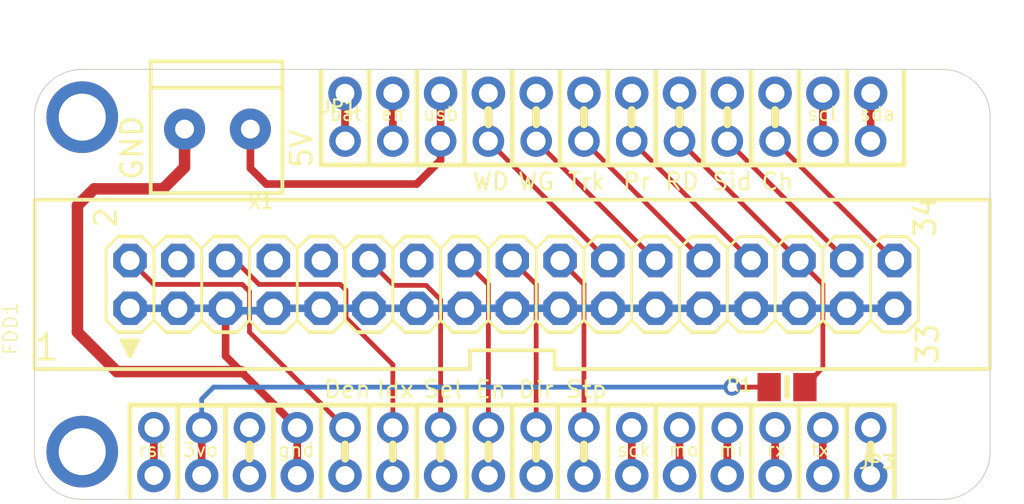
<source format=kicad_pcb>
(kicad_pcb (version 20221018) (generator pcbnew)
  (layers (0 "F.Cu" signal) (31 "B.Cu" signal) (34 "B.Paste" user) (35 "F.Paste" user) (36 "B.SilkS" user "B.Silkscreen") (37 "F.SilkS" user "F.Silkscreen") (38 "B.Mask" user) (39 "F.Mask" user) (44 "Edge.Cuts" user))
  (net 0 "")
  (net 1 "G")
  (net 2 "GND")
  (net 3 "AREF")
  (net 4 "RESET")
  (net 5 "VBAT")
  (net 6 "EN")
  (net 7 "USB")
  (net 8 "SCL")
  (net 9 "SCK")
  (net 10 "MOSI")
  (net 11 "MISO")
  (net 12 "RX")
  (net 13 "TX")
  (net 14 "SDA")
  (net 15 "DENSITY")
  (net 16 "INDEX")
  (net 17 "SELECT")
  (net 18 "ENABLE")
  (net 19 "DIRECTION")
  (net 20 "STEP")
  (net 21 "TRACK0")
  (net 22 "READDATA")
  (net 23 "SIDE")
  (net 24 "CHANGE")
  (net 25 "WRITEDATA")
  (net 26 "WRITEGATE")
  (net 27 "PROT")
  (net 28 "3.3V")
  (footprint "working:2X17_FLOPPY_IDC" (layer "F.Cu") (at 148.5011 105.0036 90)
    (fp_text reference "FDD1" (at -3.81 -26.67 90) (layer "F.SilkS") (effects (font (size 0.739648 0.739648) (thickness 0.073152)) (justify left)))
    (fp_text value "FLOPPY_IDC_SHROUDED")
    (fp_text user "1" (at -2.54 -24.003 180) (layer "F.SilkS") (effects (font (size 1.3716 1.3716) (thickness 0.1524)) (justify right top)))
    (fp_line (start -4.5 -25.39) (end -4.5 -2.25) (stroke (width 0.2032)) (layer "F.SilkS"))
    (fp_line (start -4.5 -2.25) (end -3.5 -2.25) (stroke (width 0.2032)) (layer "F.SilkS"))
    (fp_line (start -4.5 2.25) (end -4.5 25.39) (stroke (width 0.2032)) (layer "F.SilkS"))
    (fp_line (start -3.81 -20.32) (end -3.556 -20.32) (stroke (width 0.2032)) (layer "F.SilkS"))
    (fp_line (start -3.81 -20.32) (end -2.9718 -20.7518) (stroke (width 0.2032)) (layer "F.SilkS"))
    (fp_line (start -3.5 -2.25) (end -3.5 2.25) (stroke (width 0.2032)) (layer "F.SilkS"))
    (fp_line (start -3.5 2.25) (end -4.5 2.25) (stroke (width 0.2032)) (layer "F.SilkS"))
    (fp_line (start -2.9718 -20.7518) (end -2.9718 -19.8882) (stroke (width 0.2032)) (layer "F.SilkS"))
    (fp_line (start -2.9718 -19.8882) (end -3.81 -20.32) (stroke (width 0.2032)) (layer "F.SilkS"))
    (fp_line (start -2.54 -20.955) (end -2.54 -19.685) (stroke (width 0.2032)) (layer "F.SilkS"))
    (fp_line (start -2.54 -19.685) (end -1.905 -19.05) (stroke (width 0.1524)) (layer "F.SilkS"))
    (fp_line (start -2.54 -18.415) (end -2.54 -17.145) (stroke (width 0.2032)) (layer "F.SilkS"))
    (fp_line (start -2.54 -17.145) (end -1.905 -16.51) (stroke (width 0.1524)) (layer "F.SilkS"))
    (fp_line (start -2.54 -15.875) (end -2.54 -14.605) (stroke (width 0.2032)) (layer "F.SilkS"))
    (fp_line (start -2.54 -14.605) (end -1.905 -13.97) (stroke (width 0.1524)) (layer "F.SilkS"))
    (fp_line (start -2.54 -13.335) (end -2.54 -12.065) (stroke (width 0.2032)) (layer "F.SilkS"))
    (fp_line (start -2.54 -12.065) (end -1.905 -11.43) (stroke (width 0.1524)) (layer "F.SilkS"))
    (fp_line (start -2.54 -10.795) (end -2.54 -9.525) (stroke (width 0.2032)) (layer "F.SilkS"))
    (fp_line (start -2.54 -9.525) (end -1.905 -8.89) (stroke (width 0.1524)) (layer "F.SilkS"))
    (fp_line (start -2.54 -8.255) (end -2.54 -6.985) (stroke (width 0.2032)) (layer "F.SilkS"))
    (fp_line (start -2.54 -6.985) (end -1.905 -6.35) (stroke (width 0.1524)) (layer "F.SilkS"))
    (fp_line (start -2.54 -4.445) (end -2.54 -5.715) (stroke (width 0.2032)) (layer "F.SilkS"))
    (fp_line (start -2.54 -1.905) (end -2.54 -3.175) (stroke (width 0.2032)) (layer "F.SilkS"))
    (fp_line (start -2.54 0.635) (end -2.54 -0.635) (stroke (width 0.2032)) (layer "F.SilkS"))
    (fp_line (start -2.54 3.175) (end -2.54 1.905) (stroke (width 0.2032)) (layer "F.SilkS"))
    (fp_line (start -2.54 5.715) (end -2.54 4.445) (stroke (width 0.2032)) (layer "F.SilkS"))
    (fp_line (start -2.54 8.255) (end -2.54 6.985) (stroke (width 0.2032)) (layer "F.SilkS"))
    (fp_line (start -2.54 10.795) (end -2.54 9.525) (stroke (width 0.2032)) (layer "F.SilkS"))
    (fp_line (start -2.54 13.335) (end -2.54 12.065) (stroke (width 0.1524)) (layer "F.SilkS"))
    (fp_line (start -2.54 15.875) (end -2.54 14.605) (stroke (width 0.2032)) (layer "F.SilkS"))
    (fp_line (start -2.54 18.415) (end -2.54 17.145) (stroke (width 0.2032)) (layer "F.SilkS"))
    (fp_line (start -2.54 20.955) (end -2.54 19.685) (stroke (width 0.1524)) (layer "F.SilkS"))
    (fp_line (start -1.905 -21.59) (end -2.54 -20.955) (stroke (width 0.1524)) (layer "F.SilkS"))
    (fp_line (start -1.905 -21.59) (end 1.905 -21.59) (stroke (width 0.1524)) (layer "F.SilkS"))
    (fp_line (start -1.905 -19.05) (end -2.54 -18.415) (stroke (width 0.1524)) (layer "F.SilkS"))
    (fp_line (start -1.905 -16.51) (end -2.54 -15.875) (stroke (width 0.1524)) (layer "F.SilkS"))
    (fp_line (start -1.905 -13.97) (end -2.54 -13.335) (stroke (width 0.1524)) (layer "F.SilkS"))
    (fp_line (start -1.905 -11.43) (end -2.54 -10.795) (stroke (width 0.1524)) (layer "F.SilkS"))
    (fp_line (start -1.905 -8.89) (end -2.54 -8.255) (stroke (width 0.1524)) (layer "F.SilkS"))
    (fp_line (start -1.905 -6.35) (end -2.54 -5.715) (stroke (width 0.1524)) (layer "F.SilkS"))
    (fp_line (start -1.905 -3.81) (end -2.54 -4.445) (stroke (width 0.1524)) (layer "F.SilkS"))
    (fp_line (start -1.905 -3.81) (end -2.54 -3.175) (stroke (width 0.1524)) (layer "F.SilkS"))
    (fp_line (start -1.905 -1.27) (end -2.54 -1.905) (stroke (width 0.1524)) (layer "F.SilkS"))
    (fp_line (start -1.905 -1.27) (end -2.54 -0.635) (stroke (width 0.1524)) (layer "F.SilkS"))
    (fp_line (start -1.905 1.27) (end -2.54 0.635) (stroke (width 0.1524)) (layer "F.SilkS"))
    (fp_line (start -1.905 1.27) (end -2.54 1.905) (stroke (width 0.1524)) (layer "F.SilkS"))
    (fp_line (start -1.905 3.81) (end -2.54 3.175) (stroke (width 0.1524)) (layer "F.SilkS"))
    (fp_line (start -1.905 3.81) (end -2.54 4.445) (stroke (width 0.1524)) (layer "F.SilkS"))
    (fp_line (start -1.905 6.35) (end -2.54 5.715) (stroke (width 0.1524)) (layer "F.SilkS"))
    (fp_line (start -1.905 6.35) (end -2.54 6.985) (stroke (width 0.1524)) (layer "F.SilkS"))
    (fp_line (start -1.905 8.89) (end -2.54 8.255) (stroke (width 0.1524)) (layer "F.SilkS"))
    (fp_line (start -1.905 8.89) (end -2.54 9.525) (stroke (width 0.1524)) (layer "F.SilkS"))
    (fp_line (start -1.905 11.43) (end -2.54 10.795) (stroke (width 0.1524)) (layer "F.SilkS"))
    (fp_line (start -1.905 11.43) (end -2.54 12.065) (stroke (width 0.1524)) (layer "F.SilkS"))
    (fp_line (start -1.905 13.97) (end -2.54 13.335) (stroke (width 0.1524)) (layer "F.SilkS"))
    (fp_line (start -1.905 13.97) (end -2.54 14.605) (stroke (width 0.1524)) (layer "F.SilkS"))
    (fp_line (start -1.905 16.51) (end -2.54 15.875) (stroke (width 0.1524)) (layer "F.SilkS"))
    (fp_line (start -1.905 16.51) (end -2.54 17.145) (stroke (width 0.1524)) (layer "F.SilkS"))
    (fp_line (start -1.905 19.05) (end -2.54 18.415) (stroke (width 0.1524)) (layer "F.SilkS"))
    (fp_line (start -1.905 19.05) (end -2.54 19.685) (stroke (width 0.1524)) (layer "F.SilkS"))
    (fp_line (start -1.905 21.59) (end -2.54 20.955) (stroke (width 0.1524)) (layer "F.SilkS"))
    (fp_line (start 1.905 -21.59) (end 2.54 -20.955) (stroke (width 0.1524)) (layer "F.SilkS"))
    (fp_line (start 1.905 -19.05) (end -1.905 -19.05) (stroke (width 0.1524)) (layer "F.SilkS"))
    (fp_line (start 1.905 -19.05) (end 2.54 -18.415) (stroke (width 0.1524)) (layer "F.SilkS"))
    (fp_line (start 1.905 -16.51) (end -1.905 -16.51) (stroke (width 0.1524)) (layer "F.SilkS"))
    (fp_line (start 1.905 -16.51) (end 2.54 -15.875) (stroke (width 0.1524)) (layer "F.SilkS"))
    (fp_line (start 1.905 -13.97) (end -1.905 -13.97) (stroke (width 0.1524)) (layer "F.SilkS"))
    (fp_line (start 1.905 -13.97) (end 2.54 -13.335) (stroke (width 0.1524)) (layer "F.SilkS"))
    (fp_line (start 1.905 -11.43) (end -1.905 -11.43) (stroke (width 0.1524)) (layer "F.SilkS"))
    (fp_line (start 1.905 -11.43) (end 2.54 -10.795) (stroke (width 0.1524)) (layer "F.SilkS"))
    (fp_line (start 1.905 -8.89) (end -1.905 -8.89) (stroke (width 0.1524)) (layer "F.SilkS"))
    (fp_line (start 1.905 -8.89) (end 2.54 -8.255) (stroke (width 0.1524)) (layer "F.SilkS"))
    (fp_line (start 1.905 -6.35) (end -1.905 -6.35) (stroke (width 0.1524)) (layer "F.SilkS"))
    (fp_line (start 1.905 -6.35) (end 2.54 -5.715) (stroke (width 0.1524)) (layer "F.SilkS"))
    (fp_line (start 1.905 -3.81) (end -1.905 -3.81) (stroke (width 0.1524)) (layer "F.SilkS"))
    (fp_line (start 1.905 -3.81) (end 2.54 -3.175) (stroke (width 0.1524)) (layer "F.SilkS"))
    (fp_line (start 1.905 -1.27) (end -1.905 -1.27) (stroke (width 0.1524)) (layer "F.SilkS"))
    (fp_line (start 1.905 -1.27) (end 2.54 -0.635) (stroke (width 0.1524)) (layer "F.SilkS"))
    (fp_line (start 1.905 1.27) (end -1.905 1.27) (stroke (width 0.1524)) (layer "F.SilkS"))
    (fp_line (start 1.905 1.27) (end 2.54 1.905) (stroke (width 0.1524)) (layer "F.SilkS"))
    (fp_line (start 1.905 3.81) (end -1.905 3.81) (stroke (width 0.1524)) (layer "F.SilkS"))
    (fp_line (start 1.905 3.81) (end 2.54 4.445) (stroke (width 0.1524)) (layer "F.SilkS"))
    (fp_line (start 1.905 6.35) (end -1.905 6.35) (stroke (width 0.1524)) (layer "F.SilkS"))
    (fp_line (start 1.905 6.35) (end 2.54 6.985) (stroke (width 0.1524)) (layer "F.SilkS"))
    (fp_line (start 1.905 8.89) (end -1.905 8.89) (stroke (width 0.1524)) (layer "F.SilkS"))
    (fp_line (start 1.905 8.89) (end 2.54 8.255) (stroke (width 0.1524)) (layer "F.SilkS"))
    (fp_line (start 1.905 8.89) (end 2.54 9.525) (stroke (width 0.1524)) (layer "F.SilkS"))
    (fp_line (start 1.905 11.43) (end -1.905 11.43) (stroke (width 0.1524)) (layer "F.SilkS"))
    (fp_line (start 1.905 11.43) (end 2.54 12.065) (stroke (width 0.1524)) (layer "F.SilkS"))
    (fp_line (start 1.905 13.97) (end -1.905 13.97) (stroke (width 0.1524)) (layer "F.SilkS"))
    (fp_line (start 1.905 13.97) (end 2.54 14.605) (stroke (width 0.1524)) (layer "F.SilkS"))
    (fp_line (start 1.905 16.51) (end -1.905 16.51) (stroke (width 0.1524)) (layer "F.SilkS"))
    (fp_line (start 1.905 16.51) (end 2.54 15.875) (stroke (width 0.1524)) (layer "F.SilkS"))
    (fp_line (start 1.905 16.51) (end 2.54 17.145) (stroke (width 0.1524)) (layer "F.SilkS"))
    (fp_line (start 1.905 19.05) (end -1.905 19.05) (stroke (width 0.1524)) (layer "F.SilkS"))
    (fp_line (start 1.905 19.05) (end 2.54 19.685) (stroke (width 0.1524)) (layer "F.SilkS"))
    (fp_line (start 1.905 21.59) (end -1.905 21.59) (stroke (width 0.1524)) (layer "F.SilkS"))
    (fp_line (start 2.54 -20.955) (end 2.54 -19.685) (stroke (width 0.2032)) (layer "F.SilkS"))
    (fp_line (start 2.54 -19.685) (end 1.905 -19.05) (stroke (width 0.1524)) (layer "F.SilkS"))
    (fp_line (start 2.54 -18.415) (end 2.54 -17.145) (stroke (width 0.2032)) (layer "F.SilkS"))
    (fp_line (start 2.54 -17.145) (end 1.905 -16.51) (stroke (width 0.1524)) (layer "F.SilkS"))
    (fp_line (start 2.54 -15.875) (end 2.54 -14.605) (stroke (width 0.2032)) (layer "F.SilkS"))
    (fp_line (start 2.54 -14.605) (end 1.905 -13.97) (stroke (width 0.1524)) (layer "F.SilkS"))
    (fp_line (start 2.54 -13.335) (end 2.54 -12.065) (stroke (width 0.2032)) (layer "F.SilkS"))
    (fp_line (start 2.54 -12.065) (end 1.905 -11.43) (stroke (width 0.1524)) (layer "F.SilkS"))
    (fp_line (start 2.54 -10.795) (end 2.54 -9.525) (stroke (width 0.2032)) (layer "F.SilkS"))
    (fp_line (start 2.54 -9.525) (end 1.905 -8.89) (stroke (width 0.1524)) (layer "F.SilkS"))
    (fp_line (start 2.54 -8.255) (end 2.54 -6.985) (stroke (width 0.2032)) (layer "F.SilkS"))
    (fp_line (start 2.54 -6.985) (end 1.905 -6.35) (stroke (width 0.1524)) (layer "F.SilkS"))
    (fp_line (start 2.54 -5.715) (end 2.54 -4.445) (stroke (width 0.2032)) (layer "F.SilkS"))
    (fp_line (start 2.54 -4.445) (end 1.905 -3.81) (stroke (width 0.1524)) (layer "F.SilkS"))
    (fp_line (start 2.54 -3.175) (end 2.54 -1.905) (stroke (width 0.2032)) (layer "F.SilkS"))
    (fp_line (start 2.54 -1.905) (end 1.905 -1.27) (stroke (width 0.1524)) (layer "F.SilkS"))
    (fp_line (start 2.54 -0.635) (end 2.54 0.635) (stroke (width 0.2032)) (layer "F.SilkS"))
    (fp_line (start 2.54 0.635) (end 1.905 1.27) (stroke (width 0.1524)) (layer "F.SilkS"))
    (fp_line (start 2.54 1.905) (end 2.54 3.175) (stroke (width 0.2032)) (layer "F.SilkS"))
    (fp_line (start 2.54 3.175) (end 1.905 3.81) (stroke (width 0.1524)) (layer "F.SilkS"))
    (fp_line (start 2.54 4.445) (end 2.54 5.715) (stroke (width 0.2032)) (layer "F.SilkS"))
    (fp_line (start 2.54 5.715) (end 1.905 6.35) (stroke (width 0.1524)) (layer "F.SilkS"))
    (fp_line (start 2.54 6.985) (end 2.54 8.255) (stroke (width 0.2032)) (layer "F.SilkS"))
    (fp_line (start 2.54 10.795) (end 1.905 11.43) (stroke (width 0.1524)) (layer "F.SilkS"))
    (fp_line (start 2.54 10.795) (end 2.54 9.525) (stroke (width 0.2032)) (layer "F.SilkS"))
    (fp_line (start 2.54 13.335) (end 1.905 13.97) (stroke (width 0.1524)) (layer "F.SilkS"))
    (fp_line (start 2.54 13.335) (end 2.54 12.065) (stroke (width 0.1524)) (layer "F.SilkS"))
    (fp_line (start 2.54 14.605) (end 2.54 15.875) (stroke (width 0.2032)) (layer "F.SilkS"))
    (fp_line (start 2.54 18.415) (end 1.905 19.05) (stroke (width 0.1524)) (layer "F.SilkS"))
    (fp_line (start 2.54 18.415) (end 2.54 17.145) (stroke (width 0.2032)) (layer "F.SilkS"))
    (fp_line (start 2.54 20.955) (end 1.905 21.59) (stroke (width 0.1524)) (layer "F.SilkS"))
    (fp_line (start 2.54 20.955) (end 2.54 19.685) (stroke (width 0.1524)) (layer "F.SilkS"))
    (fp_line (start 4.5 -25.39) (end -4.5 -25.39) (stroke (width 0.2032)) (layer "F.SilkS"))
    (fp_line (start 4.5 25.39) (end -4.5 25.39) (stroke (width 0.2032)) (layer "F.SilkS"))
    (fp_line (start 4.5 25.39) (end 4.5 -25.39) (stroke (width 0.2032)) (layer "F.SilkS"))
    (fp_poly (pts (xy -3.6068 -20.447) (xy -3.6068 -20.193) (xy -3.3528 -20.193) (xy -3.3528 -20.447)) (fill solid) (layer "F.SilkS"))
    (fp_poly (pts (xy -3.4036 -20.574) (xy -3.4036 -20.066) (xy -3.1496 -20.066) (xy -3.1496 -20.574)) (fill solid) (layer "F.SilkS"))
    (fp_poly (pts (xy -3.1496 -20.701) (xy -3.1496 -20.32) (xy -3.0226 -20.32) (xy -3.0226 -20.701)) (fill solid) (layer "F.SilkS"))
    (fp_poly (pts (xy -3.1496 -20.32) (xy -3.1496 -19.939) (xy -3.0226 -19.939) (xy -3.0226 -20.32)) (fill solid) (layer "F.SilkS"))
    (pad "1" thru_hole roundrect (at -1.27 -20.32) (size 1.778 1.778) (drill 1.016) (layers "*.Cu" "*.Mask") (chamfer_ratio 0.2928932188) (chamfer top_left top_right bottom_left bottom_right) (net 2 "GND"))
    (pad "2" thru_hole roundrect (at 1.27 -20.32) (size 1.778 1.778) (drill 1.016) (layers "*.Cu" "*.Mask") (chamfer_ratio 0.2928932188) (chamfer top_left top_right bottom_left bottom_right) (net 15 "DENSITY"))
    (pad "3" thru_hole roundrect (at -1.27 -17.78) (size 1.778 1.778) (drill 1.016) (layers "*.Cu" "*.Mask") (chamfer_ratio 0.2928932188) (chamfer top_left top_right bottom_left bottom_right) (net 2 "GND"))
    (pad "4" thru_hole roundrect (at 1.27 -17.78) (size 1.778 1.778) (drill 1.016) (layers "*.Cu" "*.Mask") (chamfer_ratio 0.2928932188) (chamfer top_left top_right bottom_left bottom_right))
    (pad "5" thru_hole roundrect (at -1.27 -15.24) (size 1.778 1.778) (drill 1.016) (layers "*.Cu" "*.Mask") (chamfer_ratio 0.2928932188) (chamfer top_left top_right bottom_left bottom_right) (net 2 "GND"))
    (pad "6" thru_hole roundrect (at 1.27 -15.24) (size 1.778 1.778) (drill 1.016) (layers "*.Cu" "*.Mask") (chamfer_ratio 0.2928932188) (chamfer top_left top_right bottom_left bottom_right) (net 16 "INDEX"))
    (pad "7" thru_hole roundrect (at -1.27 -12.7) (size 1.778 1.778) (drill 1.016) (layers "*.Cu" "*.Mask") (chamfer_ratio 0.2928932188) (chamfer top_left top_right bottom_left bottom_right) (net 2 "GND"))
    (pad "8" thru_hole roundrect (at 1.27 -12.7) (size 1.778 1.778) (drill 1.016) (layers "*.Cu" "*.Mask") (chamfer_ratio 0.2928932188) (chamfer top_left top_right bottom_left bottom_right))
    (pad "9" thru_hole roundrect (at -1.27 -10.16) (size 1.778 1.778) (drill 1.016) (layers "*.Cu" "*.Mask") (chamfer_ratio 0.2928932188) (chamfer top_left top_right bottom_left bottom_right) (net 2 "GND"))
    (pad "10" thru_hole roundrect (at 1.27 -10.16) (size 1.778 1.778) (drill 1.016) (layers "*.Cu" "*.Mask") (chamfer_ratio 0.2928932188) (chamfer top_left top_right bottom_left bottom_right))
    (pad "11" thru_hole roundrect (at -1.27 -7.62) (size 1.778 1.778) (drill 1.016) (layers "*.Cu" "*.Mask") (chamfer_ratio 0.2928932188) (chamfer top_left top_right bottom_left bottom_right) (net 2 "GND"))
    (pad "12" thru_hole roundrect (at 1.27 -7.62) (size 1.778 1.778) (drill 1.016) (layers "*.Cu" "*.Mask") (chamfer_ratio 0.2928932188) (chamfer top_left top_right bottom_left bottom_right) (net 17 "SELECT"))
    (pad "13" thru_hole roundrect (at -1.27 -5.08) (size 1.778 1.778) (drill 1.016) (layers "*.Cu" "*.Mask") (chamfer_ratio 0.2928932188) (chamfer top_left top_right bottom_left bottom_right) (net 2 "GND"))
    (pad "14" thru_hole roundrect (at 1.27 -5.08) (size 1.778 1.778) (drill 1.016) (layers "*.Cu" "*.Mask") (chamfer_ratio 0.2928932188) (chamfer top_left top_right bottom_left bottom_right))
    (pad "15" thru_hole roundrect (at -1.27 -2.54) (size 1.778 1.778) (drill 1.016) (layers "*.Cu" "*.Mask") (chamfer_ratio 0.2928932188) (chamfer top_left top_right bottom_left bottom_right) (net 2 "GND"))
    (pad "16" thru_hole roundrect (at 1.27 -2.54) (size 1.778 1.778) (drill 1.016) (layers "*.Cu" "*.Mask") (chamfer_ratio 0.2928932188) (chamfer top_left top_right bottom_left bottom_right) (net 18 "ENABLE"))
    (pad "17" thru_hole roundrect (at -1.27 0) (size 1.778 1.778) (drill 1.016) (layers "*.Cu" "*.Mask") (chamfer_ratio 0.2928932188) (chamfer top_left top_right bottom_left bottom_right) (net 2 "GND"))
    (pad "18" thru_hole roundrect (at 1.27 0) (size 1.778 1.778) (drill 1.016) (layers "*.Cu" "*.Mask") (chamfer_ratio 0.2928932188) (chamfer top_left top_right bottom_left bottom_right) (net 19 "DIRECTION"))
    (pad "19" thru_hole roundrect (at -1.27 2.54) (size 1.778 1.778) (drill 1.016) (layers "*.Cu" "*.Mask") (chamfer_ratio 0.2928932188) (chamfer top_left top_right bottom_left bottom_right) (net 2 "GND"))
    (pad "20" thru_hole roundrect (at 1.27 2.54) (size 1.778 1.778) (drill 1.016) (layers "*.Cu" "*.Mask") (chamfer_ratio 0.2928932188) (chamfer top_left top_right bottom_left bottom_right) (net 20 "STEP"))
    (pad "21" thru_hole roundrect (at -1.27 5.08) (size 1.778 1.778) (drill 1.016) (layers "*.Cu" "*.Mask") (chamfer_ratio 0.2928932188) (chamfer top_left top_right bottom_left bottom_right) (net 2 "GND"))
    (pad "22" thru_hole roundrect (at 1.27 5.08) (size 1.778 1.778) (drill 1.016) (layers "*.Cu" "*.Mask") (chamfer_ratio 0.2928932188) (chamfer top_left top_right bottom_left bottom_right) (net 25 "WRITEDATA"))
    (pad "23" thru_hole roundrect (at -1.27 7.62) (size 1.778 1.778) (drill 1.016) (layers "*.Cu" "*.Mask") (chamfer_ratio 0.2928932188) (chamfer top_left top_right bottom_left bottom_right) (net 2 "GND"))
    (pad "24" thru_hole roundrect (at 1.27 7.62) (size 1.778 1.778) (drill 1.016) (layers "*.Cu" "*.Mask") (chamfer_ratio 0.2928932188) (chamfer top_left top_right bottom_left bottom_right) (net 26 "WRITEGATE"))
    (pad "25" thru_hole roundrect (at -1.27 10.16) (size 1.778 1.778) (drill 1.016) (layers "*.Cu" "*.Mask") (chamfer_ratio 0.2928932188) (chamfer top_left top_right bottom_left bottom_right) (net 2 "GND"))
    (pad "26" thru_hole roundrect (at 1.27 10.16) (size 1.778 1.778) (drill 1.016) (layers "*.Cu" "*.Mask") (chamfer_ratio 0.2928932188) (chamfer top_left top_right bottom_left bottom_right) (net 21 "TRACK0"))
    (pad "27" thru_hole roundrect (at -1.27 12.7) (size 1.778 1.778) (drill 1.016) (layers "*.Cu" "*.Mask") (chamfer_ratio 0.2928932188) (chamfer top_left top_right bottom_left bottom_right) (net 2 "GND"))
    (pad "28" thru_hole roundrect (at 1.27 12.7) (size 1.778 1.778) (drill 1.016) (layers "*.Cu" "*.Mask") (chamfer_ratio 0.2928932188) (chamfer top_left top_right bottom_left bottom_right) (net 27 "PROT"))
    (pad "29" thru_hole roundrect (at -1.27 15.24) (size 1.778 1.778) (drill 1.016) (layers "*.Cu" "*.Mask") (chamfer_ratio 0.2928932188) (chamfer top_left top_right bottom_left bottom_right) (net 2 "GND"))
    (pad "30" thru_hole roundrect (at 1.27 15.24) (size 1.778 1.778) (drill 1.016) (layers "*.Cu" "*.Mask") (chamfer_ratio 0.2928932188) (chamfer top_left top_right bottom_left bottom_right) (net 22 "READDATA"))
    (pad "31" thru_hole roundrect (at -1.27 17.78) (size 1.778 1.778) (drill 1.016) (layers "*.Cu" "*.Mask") (chamfer_ratio 0.2928932188) (chamfer top_left top_right bottom_left bottom_right) (net 2 "GND"))
    (pad "32" thru_hole roundrect (at 1.27 17.78) (size 1.778 1.778) (drill 1.016) (layers "*.Cu" "*.Mask") (chamfer_ratio 0.2928932188) (chamfer top_left top_right bottom_left bottom_right) (net 23 "SIDE"))
    (pad "33" thru_hole roundrect (at -1.27 20.32) (size 1.778 1.778) (drill 1.016) (layers "*.Cu" "*.Mask") (chamfer_ratio 0.2928932188) (chamfer top_left top_right bottom_left bottom_right) (net 2 "GND"))
    (pad "34" thru_hole roundrect (at 1.27 20.32) (size 1.778 1.778) (drill 1.016) (layers "*.Cu" "*.Mask") (chamfer_ratio 0.2928932188) (chamfer top_left top_right bottom_left bottom_right) (net 24 "CHANGE"))
  )
  (footprint "working:FEATHERWING" (layer "F.Cu") (at 123.1011 116.4336)
    (fp_text reference "MS1" hide)
    (fp_text value "FEATHERWING" hide)
    (fp_line (start 0 -20.32) (end 0 -2.54) (stroke (width 0.05)) (layer "Edge.Cuts"))
    (fp_line (start 2.54 0) (end 48.26 0) (stroke (width 0.05)) (layer "Edge.Cuts"))
    (fp_line (start 48.26 -22.86) (end 2.54 -22.86) (stroke (width 0.05)) (layer "Edge.Cuts"))
    (fp_line (start 50.8 -2.54) (end 50.8 -20.32) (stroke (width 0.05)) (layer "Edge.Cuts"))
    (fp_arc (start 0 -20.32) (mid 0.743949 -22.116051) (end 2.54 -22.86) (stroke (width 0.05)) (layer "Edge.Cuts"))
    (fp_arc (start 2.54 0) (mid 0.743949 -0.743949) (end 0 -2.54) (stroke (width 0.05)) (layer "Edge.Cuts"))
    (fp_arc (start 48.26 -22.86) (mid 50.056051 -22.116051) (end 50.8 -20.32) (stroke (width 0.05)) (layer "Edge.Cuts"))
    (fp_arc (start 50.8 -2.54) (mid 50.056051 -0.743949) (end 48.26 0) (stroke (width 0.05)) (layer "Edge.Cuts"))
    (pad "" np_thru_hole circle (at 48.26 -20.32) (size 2.54 2.54) (drill 2.54) (layers "*.Cu" "*.Mask"))
    (pad "" np_thru_hole circle (at 48.26 -2.54) (size 2.54 2.54) (drill 2.54) (layers "*.Cu" "*.Mask"))
    (pad "1" thru_hole circle (at 6.35 -1.27) (size 1.778 1.778) (drill 1) (layers "*.Cu" "*.Mask") (net 4 "RESET"))
    (pad "2" thru_hole circle (at 8.89 -1.27) (size 1.778 1.778) (drill 1) (layers "*.Cu" "*.Mask") (net 28 "3.3V"))
    (pad "3" thru_hole circle (at 11.43 -1.27) (size 1.778 1.778) (drill 1) (layers "*.Cu" "*.Mask") (net 3 "AREF"))
    (pad "4" thru_hole circle (at 13.97 -1.27) (size 1.778 1.778) (drill 1) (layers "*.Cu" "*.Mask") (net 2 "GND"))
    (pad "5" thru_hole circle (at 16.51 -1.27) (size 1.778 1.778) (drill 1) (layers "*.Cu" "*.Mask") (net 15 "DENSITY"))
    (pad "6" thru_hole circle (at 19.05 -1.27) (size 1.778 1.778) (drill 1) (layers "*.Cu" "*.Mask") (net 16 "INDEX"))
    (pad "7" thru_hole circle (at 21.59 -1.27) (size 1.778 1.778) (drill 1) (layers "*.Cu" "*.Mask") (net 17 "SELECT"))
    (pad "8" thru_hole circle (at 24.13 -1.27) (size 1.778 1.778) (drill 1) (layers "*.Cu" "*.Mask") (net 18 "ENABLE"))
    (pad "9" thru_hole circle (at 26.67 -1.27) (size 1.778 1.778) (drill 1) (layers "*.Cu" "*.Mask") (net 19 "DIRECTION"))
    (pad "10" thru_hole circle (at 29.21 -1.27) (size 1.778 1.778) (drill 1) (layers "*.Cu" "*.Mask") (net 20 "STEP"))
    (pad "11" thru_hole circle (at 31.75 -1.27) (size 1.778 1.778) (drill 1) (layers "*.Cu" "*.Mask") (net 9 "SCK"))
    (pad "12" thru_hole circle (at 34.29 -1.27) (size 1.778 1.778) (drill 1) (layers "*.Cu" "*.Mask") (net 10 "MOSI"))
    (pad "13" thru_hole circle (at 36.83 -1.27) (size 1.778 1.778) (drill 1) (layers "*.Cu" "*.Mask") (net 11 "MISO"))
    (pad "14" thru_hole circle (at 39.37 -1.27) (size 1.778 1.778) (drill 1) (layers "*.Cu" "*.Mask") (net 12 "RX"))
    (pad "15" thru_hole circle (at 41.91 -1.27) (size 1.778 1.778) (drill 1) (layers "*.Cu" "*.Mask") (net 13 "TX"))
    (pad "16" thru_hole circle (at 44.45 -1.27) (size 1.778 1.778) (drill 1) (layers "*.Cu" "*.Mask") (net 1 "G"))
    (pad "17" thru_hole circle (at 44.45 -21.59) (size 1.778 1.778) (drill 1) (layers "*.Cu" "*.Mask") (net 14 "SDA"))
    (pad "18" thru_hole circle (at 41.91 -21.59) (size 1.778 1.778) (drill 1) (layers "*.Cu" "*.Mask") (net 8 "SCL"))
    (pad "19" thru_hole circle (at 39.37 -21.59) (size 1.778 1.778) (drill 1) (layers "*.Cu" "*.Mask") (net 24 "CHANGE"))
    (pad "20" thru_hole circle (at 36.83 -21.59) (size 1.778 1.778) (drill 1) (layers "*.Cu" "*.Mask") (net 23 "SIDE"))
    (pad "21" thru_hole circle (at 34.29 -21.59) (size 1.778 1.778) (drill 1) (layers "*.Cu" "*.Mask") (net 22 "READDATA"))
    (pad "22" thru_hole circle (at 31.75 -21.59) (size 1.778 1.778) (drill 1) (layers "*.Cu" "*.Mask") (net 27 "PROT"))
    (pad "23" thru_hole circle (at 29.21 -21.59) (size 1.778 1.778) (drill 1) (layers "*.Cu" "*.Mask") (net 21 "TRACK0"))
    (pad "24" thru_hole circle (at 26.67 -21.59) (size 1.778 1.778) (drill 1) (layers "*.Cu" "*.Mask") (net 26 "WRITEGATE"))
    (pad "25" thru_hole circle (at 24.13 -21.59) (size 1.778 1.778) (drill 1) (layers "*.Cu" "*.Mask") (net 25 "WRITEDATA"))
    (pad "26" thru_hole circle (at 21.59 -21.59) (size 1.778 1.778) (drill 1) (layers "*.Cu" "*.Mask") (net 7 "USB"))
    (pad "27" thru_hole circle (at 19.05 -21.59) (size 1.778 1.778) (drill 1) (layers "*.Cu" "*.Mask") (net 6 "EN"))
    (pad "28" thru_hole circle (at 16.51 -21.59) (size 1.778 1.778) (drill 1) (layers "*.Cu" "*.Mask") (net 5 "VBAT"))
    (pad "P$1" thru_hole circle (at 2.54 -20.32) (size 3.81 3.81) (drill 2.5) (layers "*.Cu" "*.Mask"))
    (pad "P$2" thru_hole circle (at 2.54 -2.54) (size 3.81 3.81) (drill 2.5) (layers "*.Cu" "*.Mask"))
  )
  (footprint "working:1X12_ROUND" (layer "F.Cu") (at 153.5811 97.3836)
    (fp_text reference "JP1" (at -15.3162 -1.8288) (layer "F.SilkS") (effects (font (size 0.692831 0.692831) (thickness 0.119969)) (justify left)))
    (fp_text value "")
    (pad "1" thru_hole circle (at -13.97 0 90) (size 1.6764 1.6764) (drill 1) (layers "*.Cu" "*.Mask") (net 5 "VBAT"))
    (pad "2" thru_hole circle (at -11.43 0 90) (size 1.6764 1.6764) (drill 1) (layers "*.Cu" "*.Mask") (net 6 "EN"))
    (pad "3" thru_hole circle (at -8.89 0 90) (size 1.6764 1.6764) (drill 1) (layers "*.Cu" "*.Mask") (net 7 "USB"))
    (pad "4" thru_hole circle (at -6.35 0 90) (size 1.6764 1.6764) (drill 1) (layers "*.Cu" "*.Mask") (net 25 "WRITEDATA"))
    (pad "5" thru_hole circle (at -3.81 0 90) (size 1.6764 1.6764) (drill 1) (layers "*.Cu" "*.Mask") (net 26 "WRITEGATE"))
    (pad "6" thru_hole circle (at -1.27 0 90) (size 1.6764 1.6764) (drill 1) (layers "*.Cu" "*.Mask") (net 21 "TRACK0"))
    (pad "7" thru_hole circle (at 1.27 0 90) (size 1.6764 1.6764) (drill 1) (layers "*.Cu" "*.Mask") (net 27 "PROT"))
    (pad "8" thru_hole circle (at 3.81 0 90) (size 1.6764 1.6764) (drill 1) (layers "*.Cu" "*.Mask") (net 22 "READDATA"))
    (pad "9" thru_hole circle (at 6.35 0 90) (size 1.6764 1.6764) (drill 1) (layers "*.Cu" "*.Mask") (net 23 "SIDE"))
    (pad "10" thru_hole circle (at 8.89 0 90) (size 1.6764 1.6764) (drill 1) (layers "*.Cu" "*.Mask") (net 24 "CHANGE"))
    (pad "11" thru_hole circle (at 11.43 0 90) (size 1.6764 1.6764) (drill 1) (layers "*.Cu" "*.Mask") (net 8 "SCL"))
    (pad "12" thru_hole circle (at 13.97 0 90) (size 1.6764 1.6764) (drill 1) (layers "*.Cu" "*.Mask") (net 14 "SDA"))
  )
  (footprint "working:TERMBLOCK_1X2-3.5MM" (layer "F.Cu") (at 132.8801 96.7486 180)
    (fp_text reference "X1" (at -3 -3.89) (layer "F.SilkS") (effects (font (size 0.692831 0.692831) (thickness 0.119969)) (justify right)))
    (fp_text value "3.5mm")
    (fp_line (start -3.4 -3.4) (end -3.4 2.2) (stroke (width 0.2032)) (layer "F.SilkS"))
    (fp_line (start -3.4 2.2) (end -3.4 3.6) (stroke (width 0.2032)) (layer "F.SilkS"))
    (fp_line (start -3.4 2.2) (end 3.6 2.2) (stroke (width 0.2032)) (layer "F.SilkS"))
    (fp_line (start -3.4 3.6) (end 3.6 3.6) (stroke (width 0.2032)) (layer "F.SilkS"))
    (fp_line (start 3.6 -3.4) (end -3.4 -3.4) (stroke (width 0.2032)) (layer "F.SilkS"))
    (fp_line (start 3.6 2.2) (end 3.6 -3.4) (stroke (width 0.2032)) (layer "F.SilkS"))
    (fp_line (start 3.6 3.6) (end 3.6 2.2) (stroke (width 0.2032)) (layer "F.SilkS"))
    (pad "1" thru_hole circle (at 1.8 0 180) (size 2.1844 2.1844) (drill 1) (layers "*.Cu" "*.Mask") (net 2 "GND"))
    (pad "2" thru_hole circle (at -1.7 0 180) (size 2.1844 2.1844) (drill 1) (layers "*.Cu" "*.Mask") (net 7 "USB"))
  )
  (footprint "working:0805-NO" (layer "F.Cu") (at 163.1061 110.4646 180)
    (fp_text reference "R1" (at 1.778 0.127) (layer "F.SilkS") (effects (font (size 0.692831 0.692831) (thickness 0.119969)) (justify right)))
    (fp_text value "2.2K")
    (fp_line (start 0 -0.508) (end 0 0.508) (stroke (width 0.3048)) (layer "F.SilkS"))
    (pad "1" smd rect (at -0.95 0 180) (size 1.24 1.5) (layers "F.Cu" "F.Paste" "F.Mask") (net 22 "READDATA"))
    (pad "2" smd rect (at 0.95 0 180) (size 1.24 1.5) (layers "F.Cu" "F.Paste" "F.Mask") (net 28 "3.3V"))
  )
  (footprint "working:1X16_ROUND" (layer "F.Cu") (at 148.5011 112.6236 180)
    (fp_text reference "JP3" (at -20.3962 -1.8288) (layer "F.SilkS") (effects (font (size 0.692831 0.692831) (thickness 0.119969)) (justify right)))
    (fp_text value "")
    (pad "1" thru_hole circle (at -19.05 0 270) (size 1.6764 1.6764) (drill 1) (layers "*.Cu" "*.Mask") (net 1 "G"))
    (pad "2" thru_hole circle (at -16.51 0 270) (size 1.6764 1.6764) (drill 1) (layers "*.Cu" "*.Mask") (net 13 "TX"))
    (pad "3" thru_hole circle (at -13.97 0 270) (size 1.6764 1.6764) (drill 1) (layers "*.Cu" "*.Mask") (net 12 "RX"))
    (pad "4" thru_hole circle (at -11.43 0 270) (size 1.6764 1.6764) (drill 1) (layers "*.Cu" "*.Mask") (net 11 "MISO"))
    (pad "5" thru_hole circle (at -8.89 0 270) (size 1.6764 1.6764) (drill 1) (layers "*.Cu" "*.Mask") (net 10 "MOSI"))
    (pad "6" thru_hole circle (at -6.35 0 270) (size 1.6764 1.6764) (drill 1) (layers "*.Cu" "*.Mask") (net 9 "SCK"))
    (pad "7" thru_hole circle (at -3.81 0 270) (size 1.6764 1.6764) (drill 1) (layers "*.Cu" "*.Mask") (net 20 "STEP"))
    (pad "8" thru_hole circle (at -1.27 0 270) (size 1.6764 1.6764) (drill 1) (layers "*.Cu" "*.Mask") (net 19 "DIRECTION"))
    (pad "9" thru_hole circle (at 1.27 0 270) (size 1.6764 1.6764) (drill 1) (layers "*.Cu" "*.Mask") (net 18 "ENABLE"))
    (pad "10" thru_hole circle (at 3.81 0 270) (size 1.6764 1.6764) (drill 1) (layers "*.Cu" "*.Mask") (net 17 "SELECT"))
    (pad "11" thru_hole circle (at 6.35 0 270) (size 1.6764 1.6764) (drill 1) (layers "*.Cu" "*.Mask") (net 16 "INDEX"))
    (pad "12" thru_hole circle (at 8.89 0 270) (size 1.6764 1.6764) (drill 1) (layers "*.Cu" "*.Mask") (net 15 "DENSITY"))
    (pad "13" thru_hole circle (at 11.43 0 270) (size 1.6764 1.6764) (drill 1) (layers "*.Cu" "*.Mask") (net 2 "GND"))
    (pad "14" thru_hole circle (at 13.97 0 270) (size 1.6764 1.6764) (drill 1) (layers "*.Cu" "*.Mask") (net 3 "AREF"))
    (pad "15" thru_hole circle (at 16.51 0 270) (size 1.6764 1.6764) (drill 1) (layers "*.Cu" "*.Mask") (net 28 "3.3V"))
    (pad "16" thru_hole circle (at 19.05 0 270) (size 1.6764 1.6764) (drill 1) (layers "*.Cu" "*.Mask") (net 4 "RESET"))
  )
  (gr_line (start 149.7711 113.5126) (end 149.7711 114.2746) (stroke (width 0.4064)) (layer "F.SilkS"))
  (gr_line (start 158.6611 93.6752) (end 158.6611 98.6536) (stroke (width 0.254)) (layer "F.SilkS"))
  (gr_line (start 138.3411 116.3066) (end 138.3411 111.4171) (stroke (width 0.254)) (layer "F.SilkS"))
  (gr_line (start 140.8811 116.3066) (end 140.8811 111.4171) (stroke (width 0.254)) (layer "F.SilkS"))
  (gr_line (start 128.1811 111.4171) (end 128.1811 116.3066) (stroke (width 0.254)) (layer "F.SilkS"))
  (gr_line (start 139.6111 113.5126) (end 139.6111 114.2746) (stroke (width 0.4064)) (layer "F.SilkS"))
  (gr_line (start 163.7411 111.4171) (end 166.2811 111.4171) (stroke (width 0.254)) (layer "F.SilkS"))
  (gr_line (start 158.5341 111.4171) (end 158.5341 116.3066) (stroke (width 0.254)) (layer "F.SilkS"))
  (gr_line (start 156.1211 116.3066) (end 156.1211 111.4171) (stroke (width 0.254)) (layer "F.SilkS"))
  (gr_line (start 130.6957 111.4298) (end 138.3157 111.4298) (stroke (width 0.254)) (layer "F.SilkS"))
  (gr_line (start 156.1211 111.4171) (end 153.5811 111.4171) (stroke (width 0.254)) (layer "F.SilkS"))
  (gr_line (start 153.5811 98.5266) (end 153.5811 93.6752) (stroke (width 0.254)) (layer "F.SilkS"))
  (gr_line (start 153.5811 116.3066) (end 153.5811 111.4171) (stroke (width 0.254)) (layer "F.SilkS"))
  (gr_line (start 145.9611 98.6536) (end 148.5011 98.6536) (stroke (width 0.254)) (layer "F.SilkS"))
  (gr_line (start 156.1211 93.6752) (end 156.1211 98.6536) (stroke (width 0.254)) (layer "F.SilkS"))
  (gr_line (start 161.2011 111.4171) (end 161.2011 116.3066) (stroke (width 0.254)) (layer "F.SilkS"))
  (gr_line (start 158.6611 98.6536) (end 161.2011 98.6536) (stroke (width 0.254)) (layer "F.SilkS"))
  (gr_line (start 140.8811 93.6752) (end 140.8811 98.6536) (stroke (width 0.254)) (layer "F.SilkS"))
  (gr_line (start 140.8811 98.6536) (end 143.4211 98.6536) (stroke (width 0.254)) (layer "F.SilkS"))
  (gr_line (start 133.2611 111.4806) (end 133.2611 116.2939) (stroke (width 0.254)) (layer "F.SilkS"))
  (gr_line (start 157.3911 95.7326) (end 157.3911 96.4946) (stroke (width 0.4064)) (layer "F.SilkS"))
  (gr_line (start 156.1211 98.6536) (end 158.6611 98.6536) (stroke (width 0.254)) (layer "F.SilkS"))
  (gr_line (start 150.9141 111.4171) (end 150.9141 116.3066) (stroke (width 0.254)) (layer "F.SilkS"))
  (gr_line (start 135.8011 111.4171) (end 133.9596 111.4171) (stroke (width 0.254)) (layer "F.SilkS"))
  (gr_line (start 146.0881 111.4171) (end 140.8811 111.4171) (stroke (width 0.254)) (layer "F.SilkS"))
  (gr_line (start 153.5811 111.4171) (end 150.9141 111.4171) (stroke (width 0.254)) (layer "F.SilkS"))
  (gr_line (start 147.2311 113.5126) (end 147.2311 114.2746) (stroke (width 0.4064)) (layer "F.SilkS"))
  (gr_line (start 166.2811 93.6752) (end 166.2811 98.6536) (stroke (width 0.254)) (layer "F.SilkS"))
  (gr_line (start 161.2011 93.6752) (end 161.2011 98.6536) (stroke (width 0.254)) (layer "F.SilkS"))
  (gr_line (start 148.5011 111.4171) (end 148.5011 116.3066) (stroke (width 0.254)) (layer "F.SilkS"))
  (gr_line (start 167.5511 113.5126) (end 167.5511 114.2746) (stroke (width 0.4064)) (layer "F.SilkS"))
  (gr_line (start 142.1511 113.5126) (end 142.1511 114.2746) (stroke (width 0.4064)) (layer "F.SilkS"))
  (gr_line (start 145.9611 98.6536) (end 145.9611 93.6752) (stroke (width 0.254)) (layer "F.SilkS"))
  (gr_line (start 151.0411 98.6536) (end 156.1211 98.6536) (stroke (width 0.254)) (layer "F.SilkS"))
  (gr_line (start 148.5011 111.4171) (end 146.0881 111.4171) (stroke (width 0.254)) (layer "F.SilkS"))
  (gr_line (start 138.3411 98.6536) (end 140.8811 98.6536) (stroke (width 0.254)) (layer "F.SilkS"))
  (gr_line (start 154.8511 95.7326) (end 154.8511 96.4946) (stroke (width 0.4064)) (layer "F.SilkS"))
  (gr_line (start 146.0881 116.3066) (end 146.0881 111.4171) (stroke (width 0.254)) (layer "F.SilkS"))
  (gr_line (start 143.4211 93.6752) (end 143.4211 98.6536) (stroke (width 0.254)) (layer "F.SilkS"))
  (gr_line (start 152.3111 95.7326) (end 152.3111 96.4946) (stroke (width 0.4064)) (layer "F.SilkS"))
  (gr_line (start 148.5011 98.6536) (end 151.0411 98.6536) (stroke (width 0.254)) (layer "F.SilkS"))
  (gr_line (start 140.8811 111.4171) (end 138.3411 111.4171) (stroke (width 0.254)) (layer "F.SilkS"))
  (gr_line (start 130.7211 111.4171) (end 128.1811 111.4171) (stroke (width 0.254)) (layer "F.SilkS"))
  (gr_line (start 130.7211 116.3066) (end 130.7211 111.4171) (stroke (width 0.254)) (layer "F.SilkS"))
  (gr_line (start 152.3111 113.5126) (end 152.3111 114.2746) (stroke (width 0.4064)) (layer "F.SilkS"))
  (gr_line (start 135.8011 116.3066) (end 135.8011 111.4171) (stroke (width 0.254)) (layer "F.SilkS"))
  (gr_line (start 143.4211 98.6536) (end 145.9611 98.6536) (stroke (width 0.254)) (layer "F.SilkS"))
  (gr_line (start 169.3291 98.6536) (end 169.3291 93.7006) (stroke (width 0.254)) (layer "F.SilkS"))
  (gr_line (start 163.7411 111.4171) (end 163.7411 116.3066) (stroke (width 0.254)) (layer "F.SilkS"))
  (gr_line (start 166.2811 111.4171) (end 166.2811 116.3066) (stroke (width 0.254)) (layer "F.SilkS"))
  (gr_line (start 147.2311 95.7326) (end 147.2311 96.4946) (stroke (width 0.4064)) (layer "F.SilkS"))
  (gr_line (start 148.5011 98.6536) (end 148.5011 93.6752) (stroke (width 0.254)) (layer "F.SilkS"))
  (gr_line (start 162.4711 95.7326) (end 162.4711 96.4946) (stroke (width 0.4064)) (layer "F.SilkS"))
  (gr_line (start 161.2011 98.6536) (end 163.7411 98.6536) (stroke (width 0.254)) (layer "F.SilkS"))
  (gr_line (start 144.6911 113.5126) (end 144.6911 114.2746) (stroke (width 0.4064)) (layer "F.SilkS"))
  (gr_line (start 134.5311 113.5126) (end 134.5311 114.2746) (stroke (width 0.4064)) (layer "F.SilkS"))
  (gr_line (start 159.9311 95.7326) (end 159.9311 96.4946) (stroke (width 0.4064)) (layer "F.SilkS"))
  (gr_line (start 149.7711 95.7326) (end 149.7711 96.4946) (stroke (width 0.4064)) (layer "F.SilkS"))
  (gr_line (start 158.5341 111.4171) (end 161.2011 111.4171) (stroke (width 0.254)) (layer "F.SilkS"))
  (gr_line (start 143.4211 111.5441) (end 143.4211 116.3066) (stroke (width 0.254)) (layer "F.SilkS"))
  (gr_line (start 168.8211 111.4171) (end 168.8211 116.3066) (stroke (width 0.254)) (layer "F.SilkS"))
  (gr_line (start 138.3411 98.6536) (end 138.3411 93.6752) (stroke (width 0.254)) (layer "F.SilkS"))
  (gr_line (start 166.2811 98.6536) (end 169.3291 98.6536) (stroke (width 0.254)) (layer "F.SilkS"))
  (gr_line (start 158.5341 111.4171) (end 156.1211 111.4171) (stroke (width 0.254)) (layer "F.SilkS"))
  (gr_line (start 166.2811 111.4171) (end 168.8211 111.4171) (stroke (width 0.254)) (layer "F.SilkS"))
  (gr_line (start 163.7411 93.6752) (end 163.7411 98.6536) (stroke (width 0.254)) (layer "F.SilkS"))
  (gr_line (start 150.9141 111.4171) (end 148.5011 111.4171) (stroke (width 0.254)) (layer "F.SilkS"))
  (gr_line (start 151.0411 93.6752) (end 151.0411 98.6536) (stroke (width 0.254)) (layer "F.SilkS"))
  (gr_line (start 161.2011 111.4171) (end 163.7411 111.4171) (stroke (width 0.254)) (layer "F.SilkS"))
  (gr_line (start 163.7411 98.6536) (end 166.2811 98.6536) (stroke (width 0.254)) (layer "F.SilkS"))
  (gr_arc (start 123.1011 96.1136) (mid 123.845049 94.317549) (end 125.6411 93.5736) (stroke (width 0.05)) (layer "Edge.Cuts"))
  (gr_line (start 171.3611 116.4336) (end 125.6411 116.4336) (stroke (width 0.05)) (layer "Edge.Cuts"))
  (gr_line (start 173.9011 96.1136) (end 173.9011 113.8936) (stroke (width 0.05)) (layer "Edge.Cuts"))
  (gr_line (start 123.1011 113.8936) (end 123.1011 96.1136) (stroke (width 0.05)) (layer "Edge.Cuts"))
  (gr_arc (start 171.3611 93.5736) (mid 173.157151 94.317549) (end 173.9011 96.1136) (stroke (width 0.05)) (layer "Edge.Cuts"))
  (gr_arc (start 173.9011 113.8936) (mid 173.157151 115.689651) (end 171.3611 116.4336) (stroke (width 0.05)) (layer "Edge.Cuts"))
  (gr_arc (start 125.6411 116.4336) (mid 123.845049 115.689651) (end 123.1011 113.8936) (stroke (width 0.05)) (layer "Edge.Cuts"))
  (gr_line (start 125.6411 93.5736) (end 171.3611 93.5736) (stroke (width 0.05)) (layer "Edge.Cuts"))
  (gr_text "RD" (at 157.5181 99.5426) (layer "F.SilkS") (effects (font (size 0.89408 0.89408) (thickness 0.12192))))
  (gr_text "rst" (at 128.5621 114.2238) (layer "F.SilkS") (effects (font (size 0.715264 0.715264) (thickness 0.097536)) (justify left bottom)))
  (gr_text "GND" (at 128.9431 99.5426 90) (layer "F.SilkS") (effects (font (size 1.1176 1.1176) (thickness 0.1524)) (justify left bottom)))
  (gr_text "usb" (at 143.7005 96.3676) (layer "F.SilkS") (effects (font (size 0.715264 0.715264) (thickness 0.097536)) (justify left bottom)))
  (gr_text "bat" (at 138.7221 96.3676) (layer "F.SilkS") (effects (font (size 0.715264 0.715264) (thickness 0.097536)) (justify left bottom)))
  (gr_text "mi" (at 159.4231 114.2111) (layer "F.SilkS") (effects (font (size 0.715264 0.715264) (thickness 0.097536)) (justify left bottom)))
  (gr_text "tx" (at 164.3126 114.2111) (layer "F.SilkS") (effects (font (size 0.715264 0.715264) (thickness 0.097536)) (justify left bottom)))
  (gr_text "en" (at 141.4526 96.3676) (layer "F.SilkS") (effects (font (size 0.715264 0.715264) (thickness 0.097536)) (justify left bottom)))
  (gr_text "Dir" (at 149.7711 110.5916) (layer "F.SilkS") (effects (font (size 0.89408 0.89408) (thickness 0.12192))))
  (gr_text "WD" (at 147.3581 99.5426) (layer "F.SilkS") (effects (font (size 0.89408 0.89408) (thickness 0.12192))))
  (gr_text "gnd" (at 135.9789 114.2238) (layer "F.SilkS") (effects (font (size 0.715264 0.715264) (thickness 0.097536)) (justify left bottom)))
  (gr_text "3vo" (at 130.9243 114.2238) (layer "F.SilkS") (effects (font (size 0.715264 0.715264) (thickness 0.097536)) (justify left bottom)))
  (gr_text "Den" (at 139.7381 110.5916) (layer "F.SilkS") (effects (font (size 0.89408 0.89408) (thickness 0.12192))))
  (gr_text "Pr" (at 155.1051 99.5426) (layer "F.SilkS") (effects (font (size 0.89408 0.89408) (thickness 0.12192))))
  (gr_text "Sel" (at 144.8181 110.5916) (layer "F.SilkS") (effects (font (size 0.89408 0.89408) (thickness 0.12192))))
  (gr_text "En" (at 147.3581 110.5916) (layer "F.SilkS") (effects (font (size 0.89408 0.89408) (thickness 0.12192))))
  (gr_text "rx" (at 161.9631 114.2111) (layer "F.SilkS") (effects (font (size 0.715264 0.715264) (thickness 0.097536)) (justify left bottom)))
  (gr_text "33" (at 171.2341 109.3216 90) (layer "F.SilkS") (effects (font (size 1.1176 1.1176) (thickness 0.1524)) (justify left bottom)))
  (gr_text "2" (at 127.5461 102.0826 90) (layer "F.SilkS") (effects (font (size 1.1176 1.1176) (thickness 0.1524)) (justify left bottom)))
  (gr_text "WG" (at 149.7711 99.5426) (layer "F.SilkS") (effects (font (size 0.89408 0.89408) (thickness 0.12192))))
  (gr_text "34" (at 171.1071 102.5906 90) (layer "F.SilkS") (effects (font (size 1.1176 1.1176) (thickness 0.1524)) (justify left bottom)))
  (gr_text "Stp" (at 152.4381 110.5916) (layer "F.SilkS") (effects (font (size 0.89408 0.89408) (thickness 0.12192))))
  (gr_text "sda" (at 166.9161 96.3676) (layer "F.SilkS") (effects (font (size 0.715264 0.715264) (thickness 0.097536)) (justify left bottom)))
  (gr_text "sck" (at 154.0129 114.2238) (layer "F.SilkS") (effects (font (size 0.715264 0.715264) (thickness 0.097536)) (justify left bottom)))
  (gr_text "Ch" (at 162.5981 99.5426) (layer "F.SilkS") (effects (font (size 0.89408 0.89408) (thickness 0.12192))))
  (gr_text "Trk" (at 152.4381 99.5426) (layer "F.SilkS") (effects (font (size 0.89408 0.89408) (thickness 0.12192))))
  (gr_text "Idx" (at 142.2781 110.5916) (layer "F.SilkS") (effects (font (size 0.89408 0.89408) (thickness 0.12192))))
  (gr_text "scl" (at 164.1221 96.3676) (layer "F.SilkS") (effects (font (size 0.715264 0.715264) (thickness 0.097536)) (justify left bottom)))
  (gr_text "Sid" (at 160.1851 99.5426) (layer "F.SilkS") (effects (font (size 0.89408 0.89408) (thickness 0.12192))))
  (gr_text "5V" (at 137.9601 98.9076 90) (layer "F.SilkS") (effects (font (size 1.1176 1.1176) (thickness 0.1524)) (justify left bottom)))
  (gr_text "mo" (at 156.7561 114.2111) (layer "F.SilkS") (effects (font (size 0.715264 0.715264) (thickness 0.097536)) (justify left bottom)))
  (segment (start 167.5511 115.1636) (end 167.5511 112.6236) (width 0.4064) (layer "F.Cu") (net 1))
  (segment (start 126.2761 99.9236) (end 125.3871 100.8126) (width 0.6096) (layer "F.Cu") (net 2))
  (segment (start 125.3871 100.8126) (end 125.3871 107.5436) (width 0.6096) (layer "F.Cu") (net 2))
  (segment (start 131.0801 98.7806) (end 129.9371 99.9236) (width 0.6096) (layer "F.Cu") (net 2))
  (segment (start 137.0711 115.1636) (end 137.0711 112.6236) (width 0.4064) (layer "F.Cu") (net 2))
  (segment (start 127.4826 109.6391) (end 134.0866 109.6391) (width 0.6096) (layer "F.Cu") (net 2))
  (segment (start 131.0801 96.7486) (end 131.0801 98.7806) (width 0.6096) (layer "F.Cu") (net 2))
  (segment (start 129.9371 99.9236) (end 126.2761 99.9236) (width 0.6096) (layer "F.Cu") (net 2))
  (segment (start 125.3871 107.5436) (end 127.4826 109.6391) (width 0.6096) (layer "F.Cu") (net 2))
  (segment (start 134.0866 109.6391) (end 133.2611 108.8136) (width 0.4064) (layer "F.Cu") (net 2))
  (segment (start 137.0711 112.6236) (end 134.0866 109.6391) (width 0.4064) (layer "F.Cu") (net 2))
  (segment (start 133.2611 108.8136) (end 133.2611 106.2736) (width 0.4064) (layer "F.Cu") (net 2))
  (segment (start 140.8811 106.2736) (end 143.4211 106.2736) (width 0.4064) (layer "B.Cu") (net 2))
  (segment (start 151.0411 106.2736) (end 153.5811 106.2736) (width 0.4064) (layer "B.Cu") (net 2))
  (segment (start 148.5011 106.2736) (end 151.0411 106.2736) (width 0.4064) (layer "B.Cu") (net 2))
  (segment (start 128.1811 106.2736) (end 130.7211 106.2736) (width 0.4064) (layer "B.Cu") (net 2))
  (segment (start 163.7411 106.2736) (end 166.2811 106.2736) (width 0.4064) (layer "B.Cu") (net 2))
  (segment (start 156.1211 106.2736) (end 158.6611 106.2736) (width 0.4064) (layer "B.Cu") (net 2))
  (segment (start 130.7211 106.2736) (end 133.2611 106.2736) (width 0.4064) (layer "B.Cu") (net 2))
  (segment (start 135.8011 106.2736) (end 138.3411 106.2736) (width 0.4064) (layer "B.Cu") (net 2))
  (segment (start 133.3881 106.4006) (end 133.2611 106.2736) (width 0.4064) (layer "B.Cu") (net 2))
  (segment (start 135.8011 106.2736) (end 135.6741 106.4006) (width 0.4064) (layer "B.Cu") (net 2))
  (segment (start 135.6741 106.4006) (end 133.3881 106.4006) (width 0.4064) (layer "B.Cu") (net 2))
  (segment (start 158.6611 106.2736) (end 161.2011 106.2736) (width 0.4064) (layer "B.Cu") (net 2))
  (segment (start 145.9611 106.2736) (end 148.5011 106.2736) (width 0.4064) (layer "B.Cu") (net 2))
  (segment (start 138.3411 106.2736) (end 140.8811 106.2736) (width 0.4064) (layer "B.Cu") (net 2))
  (segment (start 163.7411 106.2736) (end 161.2011 106.2736) (width 0.4064) (layer "B.Cu") (net 2))
  (segment (start 166.2811 106.2736) (end 168.8211 106.2736) (width 0.4064) (layer "B.Cu") (net 2))
  (segment (start 143.4211 106.2736) (end 145.9611 106.2736) (width 0.4064) (layer "B.Cu") (net 2))
  (segment (start 153.5811 106.2736) (end 156.1211 106.2736) (width 0.4064) (layer "B.Cu") (net 2))
  (segment (start 134.5311 112.6236) (end 134.5311 115.1636) (width 0.4064) (layer "F.Cu") (net 3))
  (segment (start 129.4511 112.6236) (end 129.4511 115.1636) (width 0.4064) (layer "F.Cu") (net 4))
  (segment (start 139.6111 94.8436) (end 139.6111 97.3836) (width 0.4064) (layer "F.Cu") (net 5))
  (segment (start 142.1511 97.3836) (end 142.1511 94.8436) (width 0.4064) (layer "F.Cu") (net 6))
  (segment (start 144.6911 94.8436) (end 144.6911 97.3836) (width 0.4064) (layer "F.Cu") (net 7))
  (segment (start 135.4201 99.6696) (end 143.4211 99.6696) (width 0.4064) (layer "F.Cu") (net 7))
  (segment (start 134.5801 96.7486) (end 134.5801 98.8296) (width 0.4064) (layer "F.Cu") (net 7))
  (segment (start 143.4211 99.6696) (end 144.6911 98.3996) (width 0.4064) (layer "F.Cu") (net 7))
  (segment (start 134.5801 98.8296) (end 135.4201 99.6696) (width 0.4064) (layer "F.Cu") (net 7))
  (segment (start 144.6911 98.3996) (end 144.6911 97.3836) (width 0.4064) (layer "F.Cu") (net 7))
  (segment (start 165.0111 94.8436) (end 165.0111 97.3836) (width 0.4064) (layer "F.Cu") (net 8))
  (segment (start 154.8511 115.1636) (end 154.8511 112.6236) (width 0.4064) (layer "F.Cu") (net 9))
  (segment (start 157.3911 115.1636) (end 157.3911 112.6236) (width 0.4064) (layer "F.Cu") (net 10))
  (segment (start 159.9311 115.1636) (end 159.9311 112.6236) (width 0.4064) (layer "F.Cu") (net 11))
  (segment (start 162.4711 115.1636) (end 162.4711 112.6236) (width 0.4064) (layer "F.Cu") (net 12))
  (segment (start 165.0111 115.1636) (end 165.0111 112.6236) (width 0.4064) (layer "F.Cu") (net 13))
  (segment (start 167.5511 97.3836) (end 167.5511 94.8436) (width 0.4064) (layer "F.Cu") (net 14))
  (segment (start 139.6111 112.6236) (end 139.6111 115.1636) (width 0.4064) (layer "F.Cu") (net 15))
  (segment (start 134.1501 105.0036) (end 134.5311 105.3846) (width 0.254) (layer "F.Cu") (net 15))
  (segment (start 134.5311 107.5436) (end 139.6111 112.6236) (width 0.254) (layer "F.Cu") (net 15))
  (segment (start 128.1811 103.7336) (end 129.4511 105.0036) (width 0.254) (layer "F.Cu") (net 15))
  (segment (start 129.4511 105.0036) (end 134.1501 105.0036) (width 0.254) (layer "F.Cu") (net 15))
  (segment (start 134.5311 105.3846) (end 134.5311 107.5436) (width 0.254) (layer "F.Cu") (net 15))
  (segment (start 142.1511 115.1636) (end 142.1511 112.6236) (width 0.4064) (layer "F.Cu") (net 16))
  (segment (start 142.1511 109.267813) (end 142.1511 112.6236) (width 0.254) (layer "F.Cu") (net 16))
  (segment (start 133.7691 103.7336) (end 133.2611 103.7336) (width 0.254) (layer "F.Cu") (net 16))
  (segment (start 139.3571 105.0036) (end 135.0391 105.0036) (width 0.254) (layer "F.Cu") (net 16))
  (segment (start 135.0391 105.0036) (end 133.7691 103.7336) (width 0.254) (layer "F.Cu") (net 16))
  (segment (start 139.6619 105.3084) (end 139.6619 106.778613) (width 0.254) (layer "F.Cu") (net 16))
  (segment (start 139.6619 106.778613) (end 142.1511 109.267813) (width 0.254) (layer "F.Cu") (net 16))
  (segment (start 139.6619 105.3084) (end 139.3571 105.0036) (width 0.254) (layer "F.Cu") (net 16))
  (segment (start 143.926112 105.0544) (end 144.6911 105.819388) (width 0.254) (layer "F.Cu") (net 17))
  (segment (start 142.2019 105.0544) (end 143.926112 105.0544) (width 0.254) (layer "F.Cu") (net 17))
  (segment (start 144.6911 105.819388) (end 144.6911 112.6236) (width 0.254) (layer "F.Cu") (net 17))
  (segment (start 144.6911 112.6236) (end 144.6911 115.1636) (width 0.4064) (layer "F.Cu") (net 17))
  (segment (start 140.8811 103.7336) (end 142.2019 105.0544) (width 0.254) (layer "F.Cu") (net 17))
  (segment (start 147.2311 115.1636) (end 147.2311 112.6236) (width 0.4064) (layer "F.Cu") (net 18))
  (segment (start 145.9611 103.7336) (end 147.2311 105.0036) (width 0.254) (layer "F.Cu") (net 18))
  (segment (start 147.2311 105.0036) (end 147.2311 112.6236) (width 0.254) (layer "F.Cu") (net 18))
  (segment (start 149.7711 112.7506) (end 149.7711 112.6236) (width 0.4064) (layer "F.Cu") (net 19))
  (segment (start 149.7711 115.1636) (end 149.7711 112.7506) (width 0.4064) (layer "F.Cu") (net 19))
  (segment (start 148.5011 103.7336) (end 149.7711 105.0036) (width 0.254) (layer "F.Cu") (net 19))
  (segment (start 149.7711 105.0036) (end 149.7711 112.7506) (width 0.254) (layer "F.Cu") (net 19))
  (segment (start 151.0411 103.7336) (end 152.3111 105.0036) (width 0.254) (layer "F.Cu") (net 20))
  (segment (start 152.3111 115.1636) (end 152.3111 112.6236) (width 0.4064) (layer "F.Cu") (net 20))
  (segment (start 152.3111 105.0036) (end 152.3111 112.6236) (width 0.254) (layer "F.Cu") (net 20))
  (segment (start 152.3111 97.3836) (end 158.6611 103.7336) (width 0.254) (layer "F.Cu") (net 21))
  (segment (start 152.3111 94.8436) (end 152.3111 97.3836) (width 0.4064) (layer "F.Cu") (net 21))
  (segment (start 163.7411 103.7336) (end 165.0111 105.0036) (width 0.254) (layer "F.Cu") (net 22))
  (segment (start 157.3911 97.3836) (end 157.3911 94.8436) (width 0.4064) (layer "F.Cu") (net 22))
  (segment (start 165.0111 109.4096) (end 164.0561 110.4646) (width 0.254) (layer "F.Cu") (net 22))
  (segment (start 157.3911 97.3836) (end 163.7411 103.7336) (width 0.254) (layer "F.Cu") (net 22))
  (segment (start 165.0111 105.0036) (end 165.0111 109.4096) (width 0.254) (layer "F.Cu") (net 22))
  (segment (start 159.9311 97.3836) (end 166.2811 103.7336) (width 0.254) (layer "F.Cu") (net 23))
  (segment (start 159.9311 94.8436) (end 159.9311 97.3836) (width 0.4064) (layer "F.Cu") (net 23))
  (segment (start 162.4711 97.3836) (end 162.4711 94.8436) (width 0.4064) (layer "F.Cu") (net 24))
  (segment (start 168.8211 103.7336) (end 162.4711 97.3836) (width 0.254) (layer "F.Cu") (net 24))
  (segment (start 147.2311 97.3836) (end 153.5811 103.7336) (width 0.254) (layer "F.Cu") (net 25))
  (segment (start 147.2311 94.8436) (end 147.2311 97.3836) (width 0.4064) (layer "F.Cu") (net 25))
  (segment (start 149.7711 94.8436) (end 149.7711 97.3836) (width 0.4064) (layer "F.Cu") (net 26))
  (segment (start 149.7711 97.3836) (end 156.1211 103.7336) (width 0.254) (layer "F.Cu") (net 26))
  (segment (start 154.8511 97.3836) (end 161.2011 103.7336) (width 0.254) (layer "F.Cu") (net 27))
  (segment (start 154.8511 94.8436) (end 154.8511 97.3836) (width 0.4064) (layer "F.Cu") (net 27))
  (segment (start 162.1561 110.4646) (end 160.1851 110.4646) (width 0.254) (layer "F.Cu") (net 28))
  (segment (start 131.9911 115.1636) (end 131.9911 112.6236) (width 0.4064) (layer "F.Cu") (net 28))
  (via (at 160.1851 110.4646) (size 0.9064) (drill 0.5) (layers "F.Cu" "B.Cu") (net 28))
  (segment (start 131.9911 111.0996) (end 131.9911 112.6236) (width 0.254) (layer "B.Cu") (net 28))
  (segment (start 132.6261 110.4646) (end 131.9911 111.0996) (width 0.254) (layer "B.Cu") (net 28))
  (segment (start 160.1851 110.4646) (end 132.6261 110.4646) (width 0.254) (layer "B.Cu") (net 28))
)
</source>
